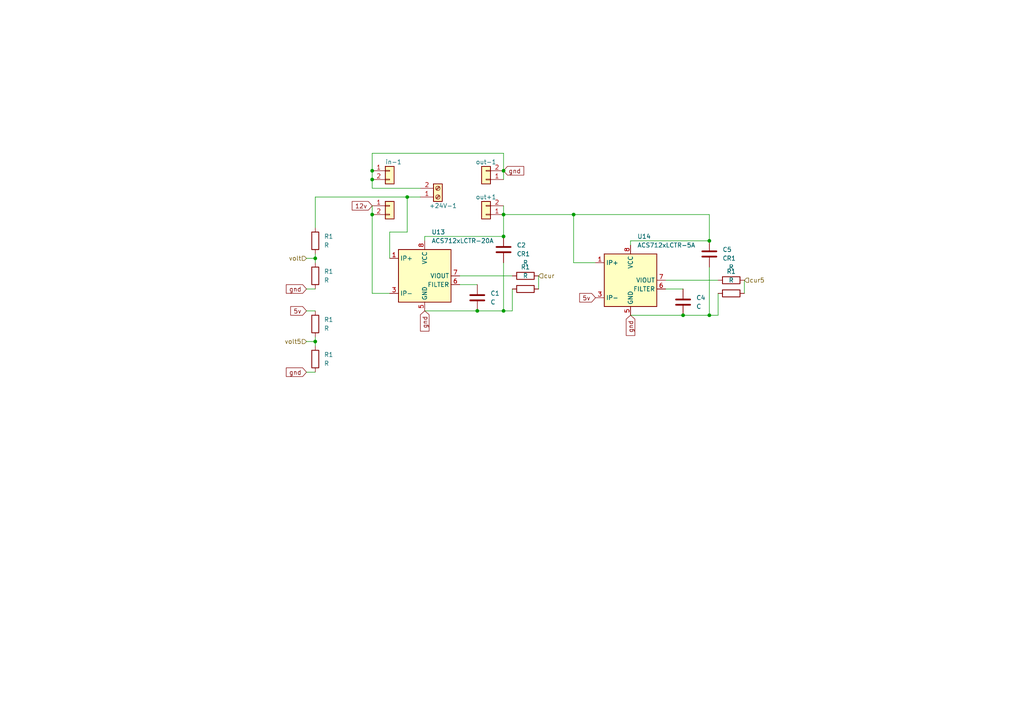
<source format=kicad_sch>
(kicad_sch (version 20230121) (generator eeschema)
  (paper "A4")
  (lib_symbols
    (symbol "Connector:Screw_Terminal_01x02" (pin_names (offset 1.016) hide)
      (property "Reference" "J" (at 0 2.54 0))
      (property "Value" "Screw_Terminal_01x02" (at 0 -5.08 0))
      (symbol "Screw_Terminal_01x02_1_1"
        (rectangle (start -1.27 1.27) (end 1.27 -3.81) (stroke (width 0.254)) (fill (type background)))
        (circle (center 0 -2.54) (radius 0.635) (stroke (width 0.1524)))
        (polyline (pts (xy -0.5334 -2.2098) (xy 0.3302 -3.048)) (stroke (width 0.1524)))
        (polyline (pts (xy -0.5334 0.3302) (xy 0.3302 -0.508)) (stroke (width 0.1524)))
        (polyline (pts (xy -0.3556 -2.032) (xy 0.508 -2.8702)) (stroke (width 0.1524)))
        (polyline (pts (xy -0.3556 0.508) (xy 0.508 -0.3302)) (stroke (width 0.1524)))
        (circle (center 0 0) (radius 0.635) (stroke (width 0.1524)))
        (pin passive line (at -5.08 0 0) (length 3.81) (name "Pin_1") (number "1"))
        (pin passive line (at -5.08 -2.54 0) (length 3.81) (name "Pin_2") (number "2"))
      )
    )
    (symbol "Connector_Generic:Conn_01x02" (pin_names (offset 1.016) hide)
      (property "Reference" "J" (at 0 2.54 0))
      (property "Value" "Conn_01x02" (at 0 -5.08 0))
      (symbol "Conn_01x02_1_1"
        (rectangle (start -1.27 -2.413) (end 0 -2.667) (stroke (width 0.1524)))
        (rectangle (start -1.27 0.127) (end 0 -0.127) (stroke (width 0.1524)))
        (rectangle (start -1.27 1.27) (end 1.27 -3.81) (stroke (width 0.254)) (fill (type background)))
        (pin passive line (at -5.08 0 0) (length 3.81) (name "Pin_1") (number "1"))
        (pin passive line (at -5.08 -2.54 0) (length 3.81) (name "Pin_2") (number "2"))
      )
    )
    (symbol "Device:C" (pin_numbers hide) (pin_names (offset 0.254))
      (property "Reference" "C" (at 0.635 2.54 0))
      (property "Value" "C" (at 0.635 -2.54 0))
      (symbol "C_0_1"
        (polyline (pts (xy -2.032 -0.762) (xy 2.032 -0.762)) (stroke (width 0.508)))
        (polyline (pts (xy -2.032 0.762) (xy 2.032 0.762)) (stroke (width 0.508)))
      )
      (symbol "C_1_1"
        (pin passive line (at 0 3.81 270) (length 2.794) (name "~") (number "1"))
        (pin passive line (at 0 -3.81 90) (length 2.794) (name "~") (number "2"))
      )
    )
    (symbol "Device:R" (pin_numbers hide) (pin_names (offset 0))
      (property "Reference" "R" (at 2.032 0 90))
      (property "Value" "R" (at 0 0 90))
      (symbol "R_0_1"
        (rectangle (start -1.016 -2.54) (end 1.016 2.54) (stroke (width 0.254)))
      )
      (symbol "R_1_1"
        (pin passive line (at 0 3.81 270) (length 1.27) (name "~") (number "1"))
        (pin passive line (at 0 -3.81 90) (length 1.27) (name "~") (number "2"))
      )
    )
    (symbol "Sensor_Current:ACS712xLCTR-20A"
      (property "Reference" "U" (at 2.54 11.43 0))
      (property "Value" "ACS712xLCTR-20A" (at 2.54 8.89 0))
      (symbol "ACS712xLCTR-20A_0_1"
        (rectangle (start -7.62 7.62) (end 7.62 -7.62) (stroke (width 0.254)) (fill (type background)))
      )
      (symbol "ACS712xLCTR-20A_1_1"
        (pin passive line (at -10.16 5.08 0) (length 2.54) (name "IP+") (number "1"))
        (pin passive line (at -10.16 5.08 0) (length 2.54) hide (name "IP+") (number "2"))
        (pin passive line (at -10.16 -5.08 0) (length 2.54) (name "IP-") (number "3"))
        (pin passive line (at -10.16 -5.08 0) (length 2.54) hide (name "IP-") (number "4"))
        (pin power_in line (at 0 -10.16 90) (length 2.54) (name "GND") (number "5"))
        (pin passive line (at 10.16 -2.54 180) (length 2.54) (name "FILTER") (number "6"))
        (pin output line (at 10.16 0 180) (length 2.54) (name "VIOUT") (number "7"))
        (pin power_in line (at 0 10.16 270) (length 2.54) (name "VCC") (number "8"))
      )
    )
  )
  (junction (at 146.05 62.23))
  (junction (at 107.95 62.23))
  (junction (at 107.95 49.53))
  (junction (at 146.05 90.17))
  (junction (at 205.74 69.85))
  (junction (at 205.74 91.44))
  (junction (at 198.12 91.44))
  (junction (at 107.95 52.07))
  (junction (at 91.44 74.93))
  (junction (at 146.05 49.53))
  (junction (at 138.43 90.17))
  (junction (at 118.11 57.15))
  (junction (at 146.05 68.58))
  (junction (at 91.44 99.06))
  (junction (at 166.37 62.23))
  (wire (pts (xy 88.9 83.82) (xy 91.44 83.82)))
  (wire (pts (xy 123.19 90.17) (xy 138.43 90.17)))
  (wire (pts (xy 88.9 107.95) (xy 91.44 107.95)))
  (wire (pts (xy 215.9 81.28) (xy 215.9 85.09)))
  (wire (pts (xy 198.12 91.44) (xy 205.74 91.44)))
  (wire (pts (xy 88.9 74.93) (xy 91.44 74.93)))
  (wire (pts (xy 205.74 62.23) (xy 205.74 69.85)))
  (wire (pts (xy 146.05 90.17) (xy 146.05 76.2)))
  (wire (pts (xy 107.95 44.45) (xy 107.95 49.53)))
  (wire (pts (xy 166.37 76.2) (xy 172.72 76.2)))
  (wire (pts (xy 146.05 62.23) (xy 146.05 68.58)))
  (wire (pts (xy 118.11 67.31) (xy 118.11 57.15)))
  (wire (pts (xy 88.9 99.06) (xy 91.44 99.06)))
  (wire (pts (xy 148.59 90.17) (xy 146.05 90.17)))
  (wire (pts (xy 133.35 80.01) (xy 148.59 80.01)))
  (wire (pts (xy 205.74 91.44) (xy 205.74 77.47)))
  (wire (pts (xy 107.95 49.53) (xy 107.95 52.07)))
  (wire (pts (xy 133.35 82.55) (xy 138.43 82.55)))
  (wire (pts (xy 146.05 59.69) (xy 146.05 62.23)))
  (wire (pts (xy 182.88 91.44) (xy 198.12 91.44)))
  (wire (pts (xy 146.05 68.58) (xy 123.19 68.58)))
  (wire (pts (xy 91.44 99.06) (xy 91.44 100.33)))
  (wire (pts (xy 193.04 81.28) (xy 208.28 81.28)))
  (wire (pts (xy 146.05 49.53) (xy 146.05 44.45)))
  (wire (pts (xy 91.44 57.15) (xy 91.44 66.04)))
  (wire (pts (xy 146.05 49.53) (xy 146.05 52.07)))
  (wire (pts (xy 113.03 67.31) (xy 118.11 67.31)))
  (wire (pts (xy 88.9 90.17) (xy 91.44 90.17)))
  (wire (pts (xy 146.05 62.23) (xy 166.37 62.23)))
  (wire (pts (xy 166.37 62.23) (xy 205.74 62.23)))
  (wire (pts (xy 182.88 69.85) (xy 182.88 71.12)))
  (wire (pts (xy 118.11 57.15) (xy 121.92 57.15)))
  (wire (pts (xy 107.95 54.61) (xy 107.95 52.07)))
  (wire (pts (xy 123.19 68.58) (xy 123.19 69.85)))
  (wire (pts (xy 156.21 80.01) (xy 156.21 83.82)))
  (wire (pts (xy 107.95 59.69) (xy 107.95 62.23)))
  (wire (pts (xy 107.95 54.61) (xy 121.92 54.61)))
  (wire (pts (xy 208.28 85.09) (xy 208.28 91.44)))
  (wire (pts (xy 91.44 74.93) (xy 91.44 76.2)))
  (wire (pts (xy 138.43 90.17) (xy 146.05 90.17)))
  (wire (pts (xy 118.11 57.15) (xy 91.44 57.15)))
  (wire (pts (xy 205.74 69.85) (xy 182.88 69.85)))
  (wire (pts (xy 208.28 91.44) (xy 205.74 91.44)))
  (wire (pts (xy 193.04 83.82) (xy 198.12 83.82)))
  (wire (pts (xy 146.05 44.45) (xy 107.95 44.45)))
  (wire (pts (xy 107.95 62.23) (xy 107.95 85.09)))
  (wire (pts (xy 113.03 74.93) (xy 113.03 67.31)))
  (wire (pts (xy 166.37 62.23) (xy 166.37 76.2)))
  (wire (pts (xy 91.44 97.79) (xy 91.44 99.06)))
  (wire (pts (xy 148.59 83.82) (xy 148.59 90.17)))
  (wire (pts (xy 107.95 85.09) (xy 113.03 85.09)))
  (wire (pts (xy 91.44 73.66) (xy 91.44 74.93)))
  (global_label "gnd" (shape input) (at 88.9 107.95 180) (property "Intersheetrefs" "${INTERSHEET_REFS}" (effects hide)))
  (global_label "5v" (shape input) (at 88.9 90.17 180) (property "Intersheetrefs" "${INTERSHEET_REFS}" (effects hide)))
  (global_label "gnd" (shape input) (at 123.19 90.17 270) (property "Intersheetrefs" "${INTERSHEET_REFS}" (effects hide)))
  (global_label "gnd" (shape input) (at 88.9 83.82 180) (property "Intersheetrefs" "${INTERSHEET_REFS}" (effects hide)))
  (global_label "gnd" (shape input) (at 146.05 49.53 0) (property "Intersheetrefs" "${INTERSHEET_REFS}" (effects hide)))
  (global_label "gnd" (shape input) (at 182.88 91.44 270) (property "Intersheetrefs" "${INTERSHEET_REFS}" (effects hide)))
  (global_label "5v" (shape input) (at 172.72 86.36 180) (property "Intersheetrefs" "${INTERSHEET_REFS}" (effects hide)))
  (global_label "12v" (shape input) (at 107.95 59.69 180) (property "Intersheetrefs" "${INTERSHEET_REFS}" (effects hide)))
  (hierarchical_label "volt" (shape input) (at 88.9 74.93 180))
  (hierarchical_label "cur5" (shape input) (at 215.9 81.28 0))
  (hierarchical_label "cur" (shape input) (at 156.21 80.01 0))
  (hierarchical_label "volt5" (shape input) (at 88.9 99.06 180))
  (symbol (lib_id "Device:C") (at 146.05 72.39 0) (unit 1)
    (property "Reference" "C2" (at 149.86 71.12 0) (effects (justify left)))
    (property "Value" "C" (at 149.86 73.66 0) (effects (justify left)))
    (property "Footprint" "Capacitor_SMD:C_1206_3216Metric" (effects hide))
  )
  (symbol (lib_id "Connector:Screw_Terminal_01x02") (at 127 57.15 0) (mirror x) (unit 1)
    (property "Reference" "+24V-1" (at 124.46 59.69 0) (effects (justify left)))
    (property "Value" "Screw_Terminal_01x02" (effects hide))
    (property "Footprint" "TerminalBlock:TerminalBlock_bornier-2_P5.08mm" (effects hide))
  )
  (symbol (lib_id "Device:R") (at 152.4 83.82 90) (unit 1)
    (property "Reference" "R1" (at 152.4 77.47 90))
    (property "Value" "R" (at 152.4 80.01 90))
    (property "Footprint" "Resistor_SMD:R_1206_3216Metric" (effects hide))
    (instances (project "rio-octobot" (path "" (reference "R1") (unit 1)) (path "" (reference "R2") (unit 1)) (path "" (reference "R3") (unit 1)) (path "" (reference "R4") (unit 1)) (path "" (reference "R5") (unit 1)) (path "" (reference "R6") (unit 1)) (path "" (reference "R7") (unit 1)) (path "" (reference "R8") (unit 1)) (path "" (reference "R16") (unit 1)) (path "" (reference "R32") (unit 1)) (path "" (reference "R48") (unit 1))))
  )
  (symbol (lib_id "Device:R") (at 91.44 69.85 180) (unit 1)
    (property "Reference" "R1" (at 93.98 68.58 0) (effects (justify right)))
    (property "Value" "R" (at 93.98 71.12 0) (effects (justify right)))
    (property "Footprint" "Resistor_SMD:R_1206_3216Metric" (effects hide))
    (instances (project "rio-octobot" (path "" (reference "R1") (unit 1)) (path "" (reference "R2") (unit 1)) (path "" (reference "R3") (unit 1)) (path "" (reference "R4") (unit 1)) (path "" (reference "R5") (unit 1)) (path "" (reference "R6") (unit 1)) (path "" (reference "R7") (unit 1)) (path "" (reference "R8") (unit 1)) (path "" (reference "R16") (unit 1)) (path "" (reference "R41") (unit 1)) (path "" (reference "R41") (unit 1))))
  )
  (symbol (lib_id "Connector_Generic:Conn_01x02") (at 140.97 62.23 180) (unit 1)
    (property "Reference" "out+1" (at 140.97 57.15 0))
    (property "Value" "Conn_01x02" (effects hide))
    (property "Footprint" "Connector_PinHeader_2.54mm:PinHeader_1x02_P2.54mm_Vertical" (effects hide))
  )
  (symbol (lib_id "Device:C") (at 198.12 87.63 0) (unit 1)
    (property "Reference" "C4" (at 201.93 86.36 0) (effects (justify left)))
    (property "Value" "C" (at 201.93 88.9 0) (effects (justify left)))
    (property "Footprint" "Capacitor_SMD:C_1206_3216Metric" (effects hide))
  )
  (symbol (lib_id "Device:R") (at 152.4 80.01 90) (unit 1)
    (property "Reference" "R1" (at 152.4 73.66 90))
    (property "Value" "R" (at 152.4 76.2 90))
    (property "Footprint" "Resistor_SMD:R_1206_3216Metric" (effects hide))
    (instances (project "rio-octobot" (path "" (reference "R1") (unit 1)) (path "" (reference "R2") (unit 1)) (path "" (reference "R3") (unit 1)) (path "" (reference "R4") (unit 1)) (path "" (reference "R5") (unit 1)) (path "" (reference "R6") (unit 1)) (path "" (reference "R7") (unit 1)) (path "" (reference "R8") (unit 1)) (path "" (reference "R16") (unit 1)) (path "" (reference "R32") (unit 1)) (path "" (reference "R47") (unit 1))))
  )
  (symbol (lib_id "Device:R") (at 91.44 93.98 180) (unit 1)
    (property "Reference" "R1" (at 93.98 92.71 0) (effects (justify right)))
    (property "Value" "R" (at 93.98 95.25 0) (effects (justify right)))
    (property "Footprint" "Resistor_SMD:R_1206_3216Metric" (effects hide))
    (instances (project "rio-octobot" (path "" (reference "R1") (unit 1)) (path "" (reference "R2") (unit 1)) (path "" (reference "R3") (unit 1)) (path "" (reference "R4") (unit 1)) (path "" (reference "R5") (unit 1)) (path "" (reference "R6") (unit 1)) (path "" (reference "R7") (unit 1)) (path "" (reference "R8") (unit 1)) (path "" (reference "R16") (unit 1)) (path "" (reference "R41") (unit 1)) (path "" (reference "R50") (unit 1))))
  )
  (symbol (lib_id "Device:C") (at 138.43 86.36 0) (unit 1)
    (property "Reference" "C1" (at 142.24 85.09 0) (effects (justify left)))
    (property "Value" "C" (at 142.24 87.63 0) (effects (justify left)))
    (property "Footprint" "Capacitor_SMD:C_1206_3216Metric" (effects hide))
  )
  (symbol (lib_id "Device:R") (at 91.44 80.01 180) (unit 1)
    (property "Reference" "R1" (at 93.98 78.74 0) (effects (justify right)))
    (property "Value" "R" (at 93.98 81.28 0) (effects (justify right)))
    (property "Footprint" "Resistor_SMD:R_1206_3216Metric" (effects hide))
    (instances (project "rio-octobot" (path "" (reference "R1") (unit 1)) (path "" (reference "R2") (unit 1)) (path "" (reference "R3") (unit 1)) (path "" (reference "R4") (unit 1)) (path "" (reference "R5") (unit 1)) (path "" (reference "R6") (unit 1)) (path "" (reference "R7") (unit 1)) (path "" (reference "R8") (unit 1)) (path "" (reference "R16") (unit 1)) (path "" (reference "R42") (unit 1)) (path "" (reference "R42") (unit 1))))
  )
  (symbol (lib_id "Device:R") (at 212.09 85.09 90) (unit 1)
    (property "Reference" "R1" (at 212.09 78.74 90))
    (property "Value" "R" (at 212.09 81.28 90))
    (property "Footprint" "Resistor_SMD:R_1206_3216Metric" (effects hide))
    (instances (project "rio-octobot" (path "" (reference "R1") (unit 1)) (path "" (reference "R2") (unit 1)) (path "" (reference "R3") (unit 1)) (path "" (reference "R4") (unit 1)) (path "" (reference "R5") (unit 1)) (path "" (reference "R6") (unit 1)) (path "" (reference "R7") (unit 1)) (path "" (reference "R8") (unit 1)) (path "" (reference "R16") (unit 1)) (path "" (reference "R32") (unit 1)) (path "" (reference "R54") (unit 1))))
  )
  (symbol (lib_id "Device:R") (at 212.09 81.28 90) (unit 1)
    (property "Reference" "R1" (at 212.09 74.93 90))
    (property "Value" "R" (at 212.09 77.47 90))
    (property "Footprint" "Resistor_SMD:R_1206_3216Metric" (effects hide))
    (instances (project "rio-octobot" (path "" (reference "R1") (unit 1)) (path "" (reference "R2") (unit 1)) (path "" (reference "R3") (unit 1)) (path "" (reference "R4") (unit 1)) (path "" (reference "R5") (unit 1)) (path "" (reference "R6") (unit 1)) (path "" (reference "R7") (unit 1)) (path "" (reference "R8") (unit 1)) (path "" (reference "R16") (unit 1)) (path "" (reference "R32") (unit 1)) (path "" (reference "R53") (unit 1))))
  )
  (symbol (lib_id "Device:C") (at 205.74 73.66 0) (unit 1)
    (property "Reference" "C5" (at 209.55 72.39 0) (effects (justify left)))
    (property "Value" "C" (at 209.55 74.93 0) (effects (justify left)))
    (property "Footprint" "Capacitor_SMD:C_1206_3216Metric" (effects hide))
  )
  (symbol (lib_id "Connector_Generic:Conn_01x02") (at 113.03 49.53 0) (unit 1)
    (property "Reference" "in-1" (at 111.76 46.99 0) (effects (justify left)))
    (property "Value" "Conn_01x02" (effects hide))
    (property "Footprint" "Connector_PinHeader_2.54mm:PinHeader_1x02_P2.54mm_Vertical" (effects hide))
  )
  (symbol (lib_id "Connector_Generic:Conn_01x02") (at 113.03 59.69 0) (unit 1)
    (property "Reference" "in+1" (effects hide))
    (property "Value" "Conn_01x02" (effects hide))
    (property "Footprint" "Connector_PinHeader_2.54mm:PinHeader_1x02_P2.54mm_Vertical" (effects hide))
  )
  (symbol (lib_id "Sensor_Current:ACS712xLCTR-20A") (at 182.88 81.28 0) (unit 1)
    (property "Reference" "U14" (at 184.8359 68.58 0) (effects (justify left)))
    (property "Value" "ACS712xLCTR-5A" (at 184.8359 71.12 0) (effects (justify left)))
    (property "Footprint" "Package_SO:SOIC-8_3.9x4.9mm_P1.27mm" (effects hide))
    (property "Datasheet" "http://www.allegromicro.com/~/media/Files/Datasheets/ACS712-Datasheet.ashx?la=en" (effects hide))
  )
  (symbol (lib_id "Connector_Generic:Conn_01x02") (at 140.97 52.07 180) (unit 1)
    (property "Reference" "out-1" (at 140.97 46.99 0))
    (property "Value" "Conn_01x02" (effects hide))
    (property "Footprint" "Connector_PinHeader_2.54mm:PinHeader_1x02_P2.54mm_Vertical" (effects hide))
  )
  (symbol (lib_id "Device:R") (at 91.44 104.14 180) (unit 1)
    (property "Reference" "R1" (at 93.98 102.87 0) (effects (justify right)))
    (property "Value" "R" (at 93.98 105.41 0) (effects (justify right)))
    (property "Footprint" "Resistor_SMD:R_1206_3216Metric" (effects hide))
    (instances (project "rio-octobot" (path "" (reference "R1") (unit 1)) (path "" (reference "R2") (unit 1)) (path "" (reference "R3") (unit 1)) (path "" (reference "R4") (unit 1)) (path "" (reference "R5") (unit 1)) (path "" (reference "R6") (unit 1)) (path "" (reference "R7") (unit 1)) (path "" (reference "R8") (unit 1)) (path "" (reference "R16") (unit 1)) (path "" (reference "R42") (unit 1)) (path "" (reference "R51") (unit 1))))
  )
  (symbol (lib_id "Sensor_Current:ACS712xLCTR-20A") (at 123.19 80.01 0) (unit 1)
    (property "Reference" "U13" (at 125.1459 67.31 0) (effects (justify left)))
    (property "Value" "ACS712xLCTR-20A" (at 125.1459 69.85 0) (effects (justify left)))
    (property "Footprint" "Package_SO:SOIC-8_3.9x4.9mm_P1.27mm" (effects hide))
    (property "Datasheet" "http://www.allegromicro.com/~/media/Files/Datasheets/ACS712-Datasheet.ashx?la=en" (effects hide))
  )
)
</source>
